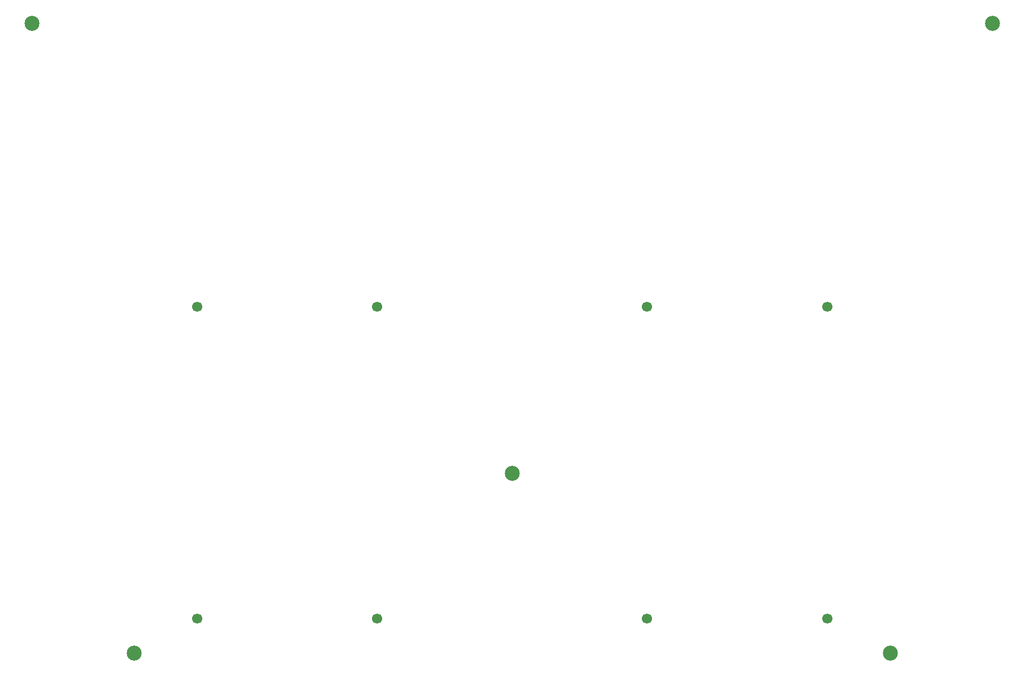
<source format=gbr>
%TF.GenerationSoftware,KiCad,Pcbnew,8.0.4+1*%
%TF.CreationDate,2024-10-16T16:58:29+00:00*%
%TF.ProjectId,pedalboard-display,70656461-6c62-46f6-9172-642d64697370,1.0.0*%
%TF.SameCoordinates,Original*%
%TF.FileFunction,NonPlated,1,2,NPTH,Drill*%
%TF.FilePolarity,Positive*%
%FSLAX46Y46*%
G04 Gerber Fmt 4.6, Leading zero omitted, Abs format (unit mm)*
G04 Created by KiCad (PCBNEW 8.0.4+1) date 2024-10-16 16:58:29*
%MOMM*%
%LPD*%
G01*
G04 APERTURE LIST*
%TA.AperFunction,ComponentDrill*%
%ADD10C,1.700000*%
%TD*%
%TA.AperFunction,ComponentDrill*%
%ADD11C,2.500000*%
%TD*%
G04 APERTURE END LIST*
D10*
%TO.C,U1*%
X54500000Y-75200000D03*
X54500000Y-127200000D03*
X84500000Y-75200000D03*
X84500000Y-127200000D03*
%TO.C,U2*%
X129500000Y-75200000D03*
X129500000Y-127200000D03*
X159500000Y-75200000D03*
X159500000Y-127200000D03*
D11*
%TO.C,H1*%
X27000000Y-28000000D03*
%TO.C,H2*%
X44000000Y-133000000D03*
%TO.C,H5*%
X107000000Y-103000000D03*
%TO.C,H4*%
X170000000Y-133000000D03*
%TO.C,H3*%
X187000000Y-28000000D03*
M02*

</source>
